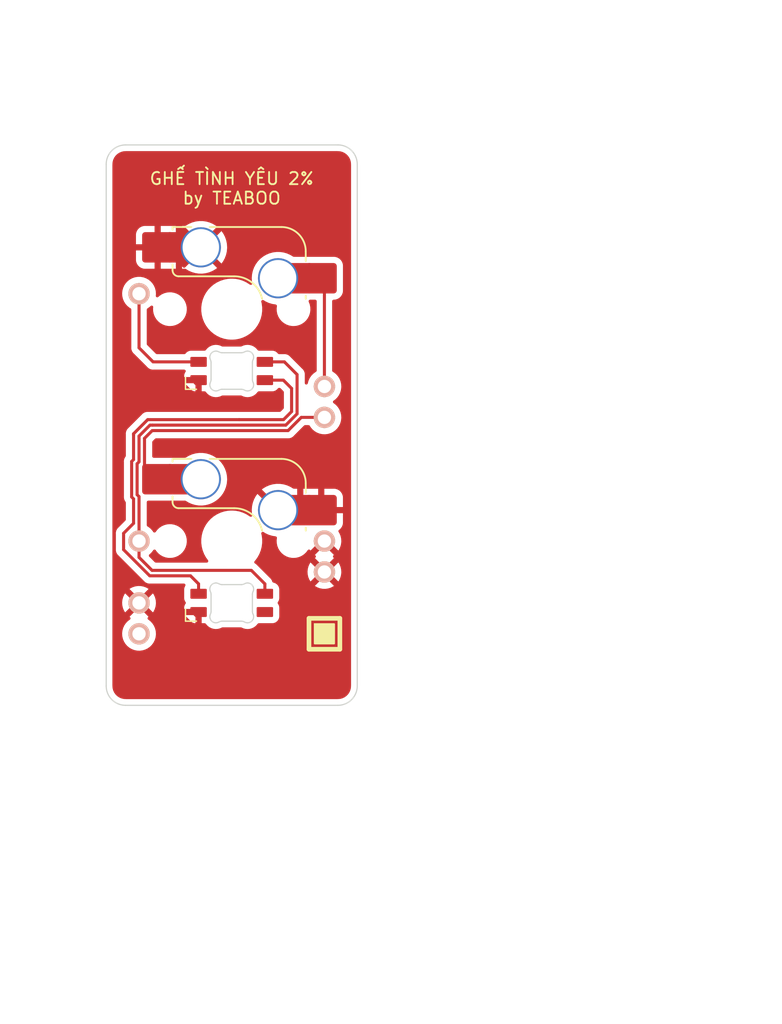
<source format=kicad_pcb>
(kicad_pcb (version 20211014) (generator pcbnew)
  (layers (0 "F.Cu" signal) (31 "B.Cu" signal) (34 "B.Paste" user) (35 "F.Paste" user) (36 "B.SilkS" user "B.Silkscreen") (37 "F.SilkS" user "F.Silkscreen") (38 "B.Mask" user) (39 "F.Mask" user) (44 "Edge.Cuts" user))
  (net 0 "")
  (net 1 "GND")
  (net 3 "Net-(LED1-Pad1)")
  (net 4 "Net-(LED1-Pad3)")
  (net 5 "Net-(LED2-Pad3)")
  (net 6 "Net-(SW1-Pad1)")
  (net 7 "Net-(SW2-Pad2)")
  (footprint "keebio:ArduinoProMicro" (layer "F.Cu") (at 128.905 73.81875 90)
    (fp_text reference "U1" hide)
    (fp_text value "ProMicro" hide)
    (fp_line (start -15.24 6.35) (end -15.24 8.89) (layer "F.SilkS") (width 0.381))
    (fp_line (start -15.24 6.35) (end -12.7 6.35) (layer "F.SilkS") (width 0.381))
    (fp_line (start -12.7 6.35) (end -12.7 8.89) (layer "F.SilkS") (width 0.381))
    (fp_line (start -12.7 8.89) (end -15.24 8.89) (layer "F.SilkS") (width 0.381))
    (pad "3" thru_hole circle (at -8.89 7.62 90) (size 1.7526 1.7526) (drill 1.0922) (layers *.Cu *.SilkS *.Mask) (net 1 "GND"))
    (pad "4" thru_hole circle (at -6.35 7.62 90) (size 1.7526 1.7526) (drill 1.0922) (layers *.Cu *.SilkS *.Mask) (net 1 "GND"))
    (pad "8" thru_hole circle (at 3.81 7.62 90) (size 1.7526 1.7526) (drill 1.0922) (layers *.Cu *.SilkS *.Mask) (net 7 "Net-(SW2-Pad2)"))
    (pad "9" thru_hole circle (at 6.35 7.62 90) (size 1.7526 1.7526) (drill 1.0922) (layers *.Cu *.SilkS *.Mask) (net 6 "Net-(SW1-Pad1)"))
    (pad "13" thru_hole circle (at 13.97 -7.62 90) (size 1.7526 1.7526) (drill 1.0922) (layers *.Cu *.SilkS *.Mask) (net 5 "Net-(LED2-Pad3)"))
    (pad "21" thru_hole circle (at -6.35 -7.62 90) (size 1.7526 1.7526) (drill 1.0922) (layers *.Cu *.SilkS *.Mask) (net 3 "Net-(LED1-Pad1)"))
    (pad "23" thru_hole circle (at -11.43 -7.62 90) (size 1.7526 1.7526) (drill 1.0922) (layers *.Cu *.SilkS *.Mask) (net 1 "GND"))
    (pad "24" thru_hole circle (at -13.97 -7.62 90) (size 1.7526 1.7526) (drill 1.0922) (layers *.Cu *.SilkS *.Mask))
  )
  (footprint "marbastlib-mx:SW_MX_HS_1u" (layer "F.Cu") (at 128.905 80.16875)
    (fp_text reference "SW2" hide)
    (fp_text value "MX_SW_HS" hide)
    (fp_line (start 4.085176 -6.75022) (end -1.814824 -6.75022) (layer "F.SilkS") (width 0.15))
    (fp_line (start -4.364824 -2.70022) (end 0.2 -2.70022) (layer "F.SilkS") (width 0.15))
    (fp_line (start -4.864824 -3.67022) (end -4.864824 -3.20022) (layer "F.SilkS") (width 0.15))
    (fp_line (start -3.314824 -6.75022) (end -4.864824 -6.75022) (layer "F.SilkS") (width 0.15))
    (fp_line (start -4.864824 -6.75022) (end -4.864824 -6.52022) (layer "F.SilkS") (width 0.15))
    (fp_line (start 6.085176 -3.95022) (end 6.085176 -4.75022) (layer "F.SilkS") (width 0.15))
    (fp_line (start 6.085176 -1.10022) (end 6.085176 -0.86022) (layer "F.SilkS") (width 0.15))
    (fp_arc (start -4.364824 -2.70022) (mid -4.718377 -2.846667) (end -4.864824 -3.20022) (layer "F.SilkS") (width 0.15))
    (fp_arc (start 0.2 -2.70022) (mid 1.670693 -2.183637) (end 2.494322 -0.86022) (layer "F.SilkS") (width 0.15))
    (fp_arc (start 4.085176 -6.75022) (mid 5.499392 -6.164435) (end 6.085176 -4.75022) (layer "F.SilkS") (width 0.15))
    (pad "" np_thru_hole circle (at -5.08 0) (size 1.75 1.75) (drill 1.75) (layers *.Cu *.Mask))
    (pad "" np_thru_hole circle (at 0 0) (size 3.9878 3.9878) (drill 3.9878) (layers *.Cu *.Mask))
    (pad "" np_thru_hole circle (at 5.08 0) (size 1.75 1.75) (drill 1.75) (layers *.Cu *.Mask))
    (pad "1" smd roundrect (at 7.36 -2.54) (size 2.55 2.5) (layers "F.Cu" "F.Paste" "F.Mask") (roundrect_rratio 0.1) (net 1 "GND"))
    (pad "1" thru_hole circle (at 3.81 -2.54) (size 3.3 3.3) (drill 3) (layers *.Cu *.Mask) (net 1 "GND"))
    (pad "1" smd rect (at 5.635 -2.54 180) (size 1.65 2.5) (layers "F.Cu") (net 1 "GND"))
    (pad "2" thru_hole circle (at -2.54 -5.08) (size 3.3 3.3) (drill 3) (layers *.Cu *.Mask) (net 7 "Net-(SW2-Pad2)"))
    (pad "2" smd roundrect (at -6.09 -5.08) (size 2.55 2.5) (layers "F.Cu" "F.Paste" "F.Mask") (roundrect_rratio 0.1) (net 7 "Net-(SW2-Pad2)"))
    (pad "2" smd rect (at -4.34 -5.08) (size 1.65 2.5) (layers "F.Cu") (net 7 "Net-(SW2-Pad2)"))
  )
  (footprint "marbastlib-mx:LED_MX_6028R" (layer "F.Cu") (at 128.905 66.19875)
    (fp_text reference "LED2" hide)
    (fp_text value "MX_SK6812MINI-E" hide)
    (fp_line (start -3.8 1.5) (end -2.9 1.5) (layer "F.SilkS") (width 0.12))
    (fp_line (start -3.8 0.5) (end -3.8 1.5) (layer "F.SilkS") (width 0.12))
    (fp_line (start 1.699999 0.702841) (end 1.699999 -0.702843) (layer "Edge.Cuts") (width 0.1))
    (fp_line (start -0.794452 1.499999) (end 0.794452 1.499999) (layer "Edge.Cuts") (width 0.1))
    (fp_line (start 0.794452 -1.5) (end -0.794453 -1.5) (layer "Edge.Cuts") (width 0.1))
    (fp_line (start -1.699999 -0.702843) (end -1.699999 0.702841) (layer "Edge.Cuts") (width 0.1))
    (fp_arc (start 1.046711 -1.5683) (mid 1.638072 -1.504036) (end 1.749484 -0.919721) (layer "Edge.Cuts") (width 0.1))
    (fp_arc (start -1.699999 0.702841) (mid -1.712527 0.814067) (end -1.749484 0.919719) (layer "Edge.Cuts") (width 0.1))
    (fp_arc (start 1.699999 -0.702843) (mid 1.712528 -0.814069) (end 1.749484 -0.919721) (layer "Edge.Cuts") (width 0.1))
    (fp_arc (start 1.046711 -1.5683) (mid 0.925123 -1.517378) (end 0.794453 -1.500001) (layer "Edge.Cuts") (width 0.1))
    (fp_arc (start 1.749484 0.919719) (mid 1.63807 1.504033) (end 1.046711 1.568296) (layer "Edge.Cuts") (width 0.1))
    (fp_arc (start 1.749484 0.919719) (mid 1.712511 0.81407) (end 1.699999 0.702842) (layer "Edge.Cuts") (width 0.1))
    (fp_arc (start -0.794453 -1.5) (mid -0.925123 -1.517377) (end -1.046711 -1.568299) (layer "Edge.Cuts") (width 0.1))
    (fp_arc (start -1.046711 1.568298) (mid -1.638072 1.504034) (end -1.749484 0.919718) (layer "Edge.Cuts") (width 0.1))
    (fp_arc (start -1.046711 1.568298) (mid -0.925123 1.517376) (end -0.794452 1.499999) (layer "Edge.Cuts") (width 0.1))
    (fp_arc (start 0.794452 1.499999) (mid 0.925122 1.517376) (end 1.04671 1.568298) (layer "Edge.Cuts") (width 0.1))
    (fp_arc (start -1.749484 -0.919721) (mid -1.638071 -1.504036) (end -1.046711 -1.568299) (layer "Edge.Cuts") (width 0.1))
    (fp_arc (start -1.749484 -0.919721) (mid -1.712527 -0.814069) (end -1.699999 -0.702844) (layer "Edge.Cuts") (width 0.1))
    (pad "1" smd roundrect (at 2.725 -0.75 90) (size 0.82 1.35) (layers "F.Cu" "F.Paste" "F.Mask") (roundrect_rratio 0.1) (net 3 "Net-(LED1-Pad1)"))
    (pad "2" smd roundrect (at 2.725 0.75 90) (size 0.82 1.35) (layers "F.Cu" "F.Paste" "F.Mask") (roundrect_rratio 0.1) (net 4 "Net-(LED1-Pad3)"))
    (pad "3" smd roundrect (at -2.725 -0.75 90) (size 0.82 1.35) (layers "F.Cu" "F.Paste" "F.Mask") (roundrect_rratio 0.1) (net 5 "Net-(LED2-Pad3)"))
    (pad "4" smd roundrect (at -2.725 0.75 90) (size 0.82 1.35) (layers "F.Cu" "F.Paste" "F.Mask") (roundrect_rratio 0.1) (chamfer_ratio 0.5) (chamfer top_left) (net 1 "GND"))
  )
  (footprint "marbastlib-mx:SW_MX_HS_1u" (layer "F.Cu") (at 128.905 61.11875)
    (fp_text reference "SW1" hide)
    (fp_text value "MX_SW_HS" hide)
    (fp_line (start 4.085176 -6.75022) (end -1.814824 -6.75022) (layer "F.SilkS") (width 0.15))
    (fp_line (start 6.085176 -3.95022) (end 6.085176 -4.75022) (layer "F.SilkS") (width 0.15))
    (fp_line (start -4.364824 -2.70022) (end 0.2 -2.70022) (layer "F.SilkS") (width 0.15))
    (fp_line (start -4.864824 -6.75022) (end -4.864824 -6.52022) (layer "F.SilkS") (width 0.15))
    (fp_line (start -4.864824 -3.67022) (end -4.864824 -3.20022) (layer "F.SilkS") (width 0.15))
    (fp_line (start -3.314824 -6.75022) (end -4.864824 -6.75022) (layer "F.SilkS") (width 0.15))
    (fp_line (start 6.085176 -1.10022) (end 6.085176 -0.86022) (layer "F.SilkS") (width 0.15))
    (fp_arc (start 0.2 -2.70022) (mid 1.670693 -2.183637) (end 2.494322 -0.86022) (layer "F.SilkS") (width 0.15))
    (fp_arc (start -4.364824 -2.70022) (mid -4.718377 -2.846667) (end -4.864824 -3.20022) (layer "F.SilkS") (width 0.15))
    (fp_arc (start 4.085176 -6.75022) (mid 5.499389 -6.164434) (end 6.085176 -4.75022) (layer "F.SilkS") (width 0.15))
    (pad "" np_thru_hole circle (at 0 0) (size 3.9878 3.9878) (drill 3.9878) (layers *.Cu *.Mask))
    (pad "" np_thru_hole circle (at -5.08 0) (size 1.75 1.75) (drill 1.75) (layers *.Cu *.Mask))
    (pad "" np_thru_hole circle (at 5.08 0) (size 1.75 1.75) (drill 1.75) (layers *.Cu *.Mask))
    (pad "1" smd roundrect (at 7.36 -2.54) (size 2.55 2.5) (layers "F.Cu" "F.Paste" "F.Mask") (roundrect_rratio 0.1) (net 6 "Net-(SW1-Pad1)"))
    (pad "1" smd rect (at 5.635 -2.54 180) (size 1.65 2.5) (layers "F.Cu") (net 6 "Net-(SW1-Pad1)"))
    (pad "1" thru_hole circle (at 3.81 -2.54) (size 3.3 3.3) (drill 3) (layers *.Cu *.Mask) (net 6 "Net-(SW1-Pad1)"))
    (pad "2" smd roundrect (at -6.09 -5.08) (size 2.55 2.5) (layers "F.Cu" "F.Paste" "F.Mask") (roundrect_rratio 0.1) (net 1 "GND"))
    (pad "2" thru_hole circle (at -2.54 -5.08) (size 3.3 3.3) (drill 3) (layers *.Cu *.Mask) (net 1 "GND"))
    (pad "2" smd rect (at -4.34 -5.08) (size 1.65 2.5) (layers "F.Cu") (net 1 "GND"))
  )
  (footprint "marbastlib-mx:LED_MX_6028R" (layer "F.Cu") (at 128.905 85.24875)
    (fp_text reference "LED1" hide)
    (fp_text value "MX_SK6812MINI-E" hide)
    (fp_line (start -3.8 1.5) (end -2.9 1.5) (layer "F.SilkS") (width 0.12))
    (fp_line (start -3.8 0.5) (end -3.8 1.5) (layer "F.SilkS") (width 0.12))
    (fp_line (start 1.699999 0.702841) (end 1.699999 -0.702843) (layer "Edge.Cuts") (width 0.1))
    (fp_line (start -0.794452 1.499999) (end 0.794452 1.499999) (layer "Edge.Cuts") (width 0.1))
    (fp_line (start 0.794452 -1.5) (end -0.794453 -1.5) (layer "Edge.Cuts") (width 0.1))
    (fp_line (start -1.699999 -0.702843) (end -1.699999 0.702841) (layer "Edge.Cuts") (width 0.1))
    (fp_arc (start -1.046711 1.568298) (mid -0.925123 1.517376) (end -0.794452 1.499999) (layer "Edge.Cuts") (width 0.1))
    (fp_arc (start -0.794453 -1.5) (mid -0.925123 -1.517377) (end -1.046711 -1.568299) (layer "Edge.Cuts") (width 0.1))
    (fp_arc (start 1.699999 -0.702843) (mid 1.712528 -0.814069) (end 1.749484 -0.919721) (layer "Edge.Cuts") (width 0.1))
    (fp_arc (start -1.749484 -0.919721) (mid -1.638071 -1.504036) (end -1.046711 -1.568299) (layer "Edge.Cuts") (width 0.1))
    (fp_arc (start 1.749484 0.919719) (mid 1.63807 1.504033) (end 1.046711 1.568296) (layer "Edge.Cuts") (width 0.1))
    (fp_arc (start 0.794452 1.499999) (mid 0.925122 1.517376) (end 1.04671 1.568298) (layer "Edge.Cuts") (width 0.1))
    (fp_arc (start 1.046711 -1.5683) (mid 1.638072 -1.504036) (end 1.749484 -0.919721) (layer "Edge.Cuts") (width 0.1))
    (fp_arc (start 1.749484 0.919719) (mid 1.712511 0.81407) (end 1.699999 0.702842) (layer "Edge.Cuts") (width 0.1))
    (fp_arc (start -1.046711 1.568298) (mid -1.638072 1.504034) (end -1.749484 0.919718) (layer "Edge.Cuts") (width 0.1))
    (fp_arc (start -1.749484 -0.919721) (mid -1.712527 -0.814069) (end -1.699999 -0.702844) (layer "Edge.Cuts") (width 0.1))
    (fp_arc (start 1.046711 -1.5683) (mid 0.925123 -1.517378) (end 0.794453 -1.500001) (layer "Edge.Cuts") (width 0.1))
    (fp_arc (start -1.699999 0.702841) (mid -1.712527 0.814067) (end -1.749484 0.919719) (layer "Edge.Cuts") (width 0.1))
    (pad "1" smd roundrect (at 2.725 -0.75 90) (size 0.82 1.35) (layers "F.Cu" "F.Paste" "F.Mask") (roundrect_rratio 0.1) (net 3 "Net-(LED1-Pad1)"))
    (pad "2" smd roundrect (at 2.725 0.75 90) (size 0.82 1.35) (layers "F.Cu" "F.Paste" "F.Mask") (roundrect_rratio 0.1))
    (pad "3" smd roundrect (at -2.725 -0.75 90) (size 0.82 1.35) (layers "F.Cu" "F.Paste" "F.Mask") (roundrect_rratio 0.1) (net 4 "Net-(LED1-Pad3)"))
    (pad "4" smd roundrect (at -2.725 0.75 90) (size 0.82 1.35) (layers "F.Cu" "F.Paste" "F.Mask") (roundrect_rratio 0.1) (chamfer_ratio 0.5) (chamfer top_left) (net 1 "GND"))
  )
  (gr_rect (start 135.73125 88.5825) (end 137.31875 86.995) (layer "F.SilkS") (width 0.15) (fill solid))
  (gr_line (start 139.22375 92.075) (end 139.22375 49.2125) (layer "Edge.Cuts") (width 0.1))
  (gr_line (start 118.58625 49.2125) (end 118.58625 92.075) (layer "Edge.Cuts") (width 0.1))
  (gr_line (start 120.17375 93.6625) (end 137.63625 93.6625) (layer "Edge.Cuts") (width 0.1))
  (gr_arc (start 137.63625 47.625) (mid 138.758829 48.089936) (end 139.22375 49.2125) (layer "Edge.Cuts") (width 0.1))
  (gr_arc (start 120.17375 93.6625) (mid 119.051171 93.197564) (end 118.58625 92.075) (layer "Edge.Cuts") (width 0.1))
  (gr_line (start 137.63625 47.625) (end 120.17375 47.625) (layer "Edge.Cuts") (width 0.1))
  (gr_arc (start 139.22375 92.075) (mid 138.758735 93.19747) (end 137.63625 93.6625) (layer "Edge.Cuts") (width 0.1))
  (gr_arc (start 118.58625 49.2125) (mid 119.051265 48.09003) (end 120.17375 47.625) (layer "Edge.Cuts") (width 0.1))
  (gr_text "GHẾ TÌNH YÊU 2%\nby TEABOO" (at 128.905 51.196875) (layer "F.SilkS") (effects (font (size 1 1))))
  (segment (start 136.265 77.62875) (end 136.525 77.36875) (width 0.25) (layer "F.Cu") (net 1))
  (segment (start 131.63 65.44875) (end 133.235 65.44875) (width 0.25) (layer "F.Cu") (net 3))
  (segment (start 121.285 76.5175) (end 121.285 80.16875) (width 0.25) (layer "F.Cu") (net 3))
  (segment (start 121.285 71.59625) (end 121.285 71.542354) (width 0.25) (layer "F.Cu") (net 3))
  (segment (start 121.12625 76.35875) (end 121.285 76.5175) (width 0.25) (layer "F.Cu") (net 3))
  (segment (start 131.63 84.49875) (end 131.63 83.6875) (width 0.25) (layer "F.Cu") (net 3))
  (segment (start 121.12625 73.81875) (end 121.12625 76.35875) (width 0.25) (layer "F.Cu") (net 3))
  (segment (start 133.351396 70.64375) (end 122.39625 70.64375) (width 0.25) (layer "F.Cu") (net 3))
  (segment (start 121.285 81.508) (end 121.285 80.16875) (width 0.25) (layer "F.Cu") (net 3))
  (segment (start 121.285 73.66) (end 121.12625 73.81875) (width 0.25) (layer "F.Cu") (net 3))
  (segment (start 134.27625 69.718896) (end 133.351396 70.64375) (width 0.25) (layer "F.Cu") (net 3))
  (segment (start 133.235 65.44875) (end 134.27625 66.49) (width 0.25) (layer "F.Cu") (net 3))
  (segment (start 121.285 71.542354) (end 122.183604 70.64375) (width 0.25) (layer "F.Cu") (net 3))
  (segment (start 134.27625 66.49) (end 134.27625 69.718896) (width 0.25) (layer "F.Cu") (net 3))
  (segment (start 121.285 71.59625) (end 121.285 73.66) (width 0.25) (layer "F.Cu") (net 3))
  (segment (start 130.51875 82.57625) (end 122.35325 82.57625) (width 0.25) (layer "F.Cu") (net 3))
  (segment (start 122.183604 70.64375) (end 122.39625 70.64375) (width 0.25) (layer "F.Cu") (net 3))
  (segment (start 131.63 83.6875) (end 130.51875 82.57625) (width 0.25) (layer "F.Cu") (net 3))
  (segment (start 122.35325 82.57625) (end 121.285 81.508) (width 0.25) (layer "F.Cu") (net 3))
  (segment (start 120.835 78.71375) (end 120.835 76.703896) (width 0.25) (layer "F.Cu") (net 4))
  (segment (start 133.1475 66.94875) (end 131.63 66.94875) (width 0.25) (layer "F.Cu") (net 4))
  (segment (start 120.67625 76.545146) (end 120.67625 73.632354) (width 0.25) (layer "F.Cu") (net 4))
  (segment (start 120.835 71.355958) (end 120.835 71.46375) (width 0.25) (layer "F.Cu") (net 4))
  (segment (start 120.835 76.703896) (end 120.67625 76.545146) (width 0.25) (layer "F.Cu") (net 4))
  (segment (start 129.51375 70.19375) (end 121.997208 70.19375) (width 0.25) (layer "F.Cu") (net 4))
  (segment (start 125.51875 83.02625) (end 122.166854 83.02625) (width 0.25) (layer "F.Cu") (net 4))
  (segment (start 133.82625 67.6275) (end 133.1475 66.94875) (width 0.25) (layer "F.Cu") (net 4))
  (segment (start 120.015 80.874396) (end 120.015 79.53375) (width 0.25) (layer "F.Cu") (net 4))
  (segment (start 121.997208 70.19375) (end 120.835 71.355958) (width 0.25) (layer "F.Cu") (net 4))
  (segment (start 120.835 73.473604) (end 120.835 71.46375) (width 0.25) (layer "F.Cu") (net 4))
  (segment (start 126.18 84.49875) (end 126.18 83.6875) (width 0.25) (layer "F.Cu") (net 4))
  (segment (start 133.165 70.19375) (end 129.51375 70.19375) (width 0.25) (layer "F.Cu") (net 4))
  (segment (start 122.166854 83.02625) (end 120.015 80.874396) (width 0.25) (layer "F.Cu") (net 4))
  (segment (start 120.835 71.355958) (end 120.835 71.4375) (width 0.25) (layer "F.Cu") (net 4))
  (segment (start 120.67625 73.632354) (end 120.835 73.473604) (width 0.25) (layer "F.Cu") (net 4))
  (segment (start 133.165 70.19375) (end 133.82625 69.5325) (width 0.25) (layer "F.Cu") (net 4))
  (segment (start 120.015 79.53375) (end 120.835 78.71375) (width 0.25) (layer "F.Cu") (net 4))
  (segment (start 133.82625 69.5325) (end 133.82625 67.6275) (width 0.25) (layer "F.Cu") (net 4))
  (segment (start 126.18 83.6875) (end 125.51875 83.02625) (width 0.25) (layer "F.Cu") (net 4))
  (segment (start 121.285 64.29375) (end 121.285 59.84875) (width 0.25) (layer "F.Cu") (net 5))
  (segment (start 126.18 65.44875) (end 122.44 65.44875) (width 0.25) (layer "F.Cu") (net 5))
  (segment (start 122.44 65.44875) (end 121.285 64.29375) (width 0.25) (layer "F.Cu") (net 5))
  (segment (start 136.265 58.57875) (end 136.525 58.83875) (width 0.25) (layer "F.Cu") (net 6))
  (segment (start 136.525 58.83875) (end 136.525 67.46875) (width 0.25) (layer "F.Cu") (net 6))
  (segment (start 133.537792 71.09375) (end 134.622792 70.00875) (width 0.25) (layer "F.Cu") (net 7))
  (segment (start 121.735 74.00875) (end 121.735 71.72875) (width 0.25) (layer "F.Cu") (net 7))
  (segment (start 122.815 75.08875) (end 121.735 74.00875) (width 0.25) (layer "F.Cu") (net 7))
  (segment (start 122.37 71.09375) (end 122.4225 71.09375) (width 0.25) (layer "F.Cu") (net 7))
  (segment (start 134.622792 70.00875) (end 136.525 70.00875) (width 0.25) (layer "F.Cu") (net 7))
  (segment (start 122.4225 71.09375) (end 133.537792 71.09375) (width 0.25) (layer "F.Cu") (net 7))
  (segment (start 121.735 71.72875) (end 122.37 71.09375) (width 0.25) (layer "F.Cu") (net 7))
  (zone (net 1) (net_name "GND") (layer "F.Cu") (connect_pads (clearance 0.508)) (min_thickness 0.254) (fill yes (thermal_gap 0.508) (thermal_bridge_width 0.508))
    (polygon (pts (xy 174.14875 35.71875) (xy 159.0675 119.85625) (xy 111.4425 103.98125) (xy 109.855 39.6875)))
  )
)
</source>
